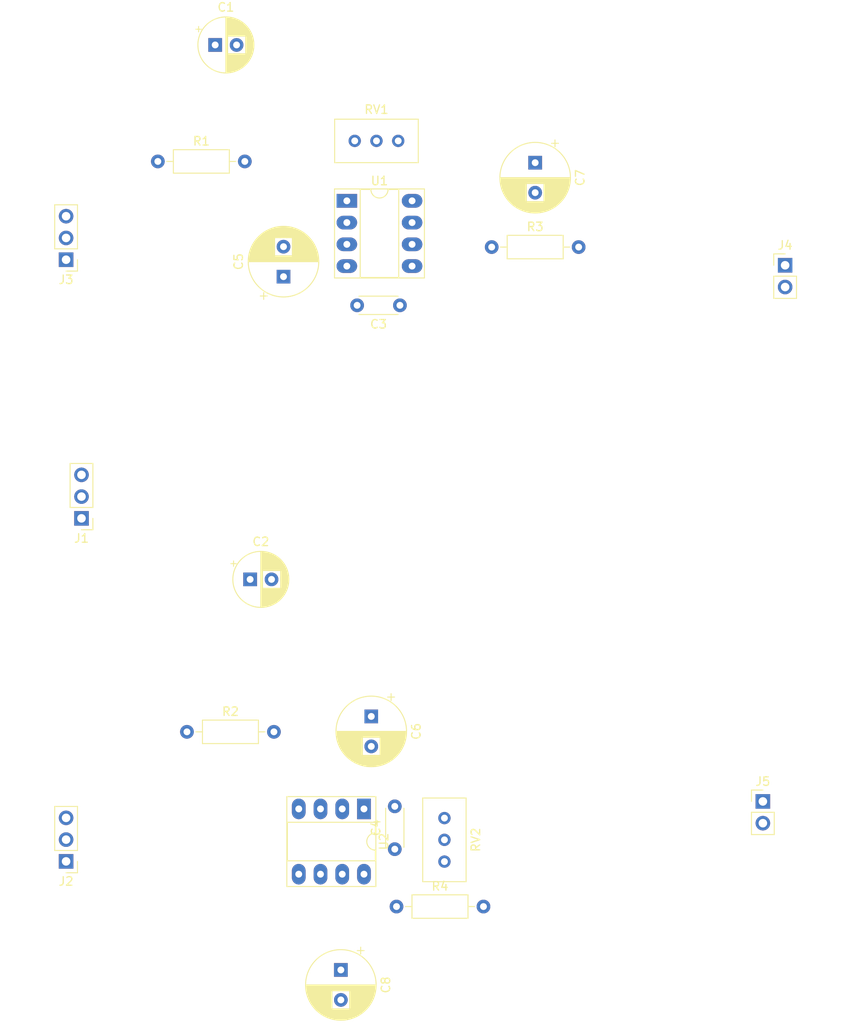
<source format=kicad_pcb>
(kicad_pcb (version 20211014) (generator pcbnew)
  (layers (0 "F.Cu" signal) (31 "B.Cu" signal) (34 "B.Paste" user) (35 "F.Paste" user) (36 "B.SilkS" user "B.Silkscreen") (37 "F.SilkS" user "F.Silkscreen") (38 "B.Mask" user) (39 "F.Mask" user) (44 "Edge.Cuts" user))
  (net 0 "")
  (net 1 "GND")
  (net 2 "Net-(C1-Pad2)")
  (net 3 "Net-(C2-Pad2)")
  (net 4 "OUTR")
  (net 5 "Net-(J4-Pad1)")
  (net 6 "OUTL")
  (net 7 "Net-(J5-Pad1)")
  (net 8 "Net-(RV1-Pad1)")
  (net 9 "+15V")
  (net 10 "Net-(RV1-Pad3)")
  (net 11 "Net-(RV2-Pad1)")
  (net 12 "Net-(RV2-Pad3)")
  (net 13 "R-")
  (net 14 "-15V")
  (net 16 "L-")
  (net 18 "L+")
  (net 19 "R+")
  (footprint "Potentiometer_THT:Potentiometer_Bourns_3296W_Vertical" (layer "F.Cu") (at 108 40)
    (fp_text reference "RV1" (at -2.54 -3.66) (layer "F.SilkS"))
    (fp_text value "100k")
    (pad "1" thru_hole circle (at 0 0) (size 1.44 1.44) (drill 0.8) (layers *.Cu *.Mask) (net 8 "Net-(RV1-Pad1)"))
    (pad "2" thru_hole circle (at -2.54 0) (size 1.44 1.44) (drill 0.8) (layers *.Cu *.Mask) (net 9 "+15V"))
    (pad "3" thru_hole circle (at -5.08 0) (size 1.44 1.44) (drill 0.8) (layers *.Cu *.Mask) (net 10 "Net-(RV1-Pad3)"))
  )
  (footprint "Capacitor_THT:CP_Radial_D8.0mm_P3.50mm" (layer "F.Cu") (at 94.6 55.852651 90)
    (fp_text reference "C5" (at 1.75 -5.25 90) (layer "F.SilkS"))
    (fp_text value "100 uf/25V")
    (pad "1" thru_hole rect (at 0 0 90) (size 1.6 1.6) (drill 0.8) (layers *.Cu *.Mask) (net 1 "GND"))
    (pad "2" thru_hole circle (at 3.5 0 90) (size 1.6 1.6) (drill 0.8) (layers *.Cu *.Mask) (net 14 "-15V"))
  )
  (footprint "Capacitor_THT:CP_Radial_D6.3mm_P2.50mm" (layer "F.Cu") (at 86.617621 28.8)
    (fp_text reference "C1" (at 1.25 -4.4) (layer "F.SilkS"))
    (fp_text value "10 uF")
    (pad "1" thru_hole rect (at 0 0) (size 1.6 1.6) (drill 0.8) (layers *.Cu *.Mask) (net 19 "R+"))
    (pad "2" thru_hole circle (at 2.5 0) (size 1.6 1.6) (drill 0.8) (layers *.Cu *.Mask) (net 2 "Net-(C1-Pad2)"))
  )
  (footprint "Capacitor_THT:C_Disc_D4.3mm_W1.9mm_P5.00mm" (layer "F.Cu") (at 107.6 122.7 90)
    (fp_text reference "C4" (at 2.5 -2.2 90) (layer "F.SilkS"))
    (fp_text value "10 pF")
    (pad "1" thru_hole circle (at 0 0 90) (size 1.6 1.6) (drill 0.8) (layers *.Cu *.Mask) (net 6 "OUTL"))
    (pad "2" thru_hole circle (at 5 0 90) (size 1.6 1.6) (drill 0.8) (layers *.Cu *.Mask) (net 16 "L-"))
  )
  (footprint "Capacitor_THT:C_Disc_D4.3mm_W1.9mm_P5.00mm" (layer "F.Cu") (at 108.2 59.2 180)
    (fp_text reference "C3" (at 2.5 -2.2) (layer "F.SilkS"))
    (fp_text value "10 pF")
    (pad "1" thru_hole circle (at 0 0 180) (size 1.6 1.6) (drill 0.8) (layers *.Cu *.Mask) (net 4 "OUTR"))
    (pad "2" thru_hole circle (at 5 0 180) (size 1.6 1.6) (drill 0.8) (layers *.Cu *.Mask) (net 13 "R-"))
  )
  (footprint "Capacitor_THT:CP_Radial_D8.0mm_P3.50mm" (layer "F.Cu") (at 124 42.547349 -90)
    (fp_text reference "C7" (at 1.75 -5.25 90) (layer "F.SilkS"))
    (fp_text value "100 uf/25V")
    (pad "1" thru_hole rect (at 0 0 270) (size 1.6 1.6) (drill 0.8) (layers *.Cu *.Mask) (net 9 "+15V"))
    (pad "2" thru_hole circle (at 3.5 0 270) (size 1.6 1.6) (drill 0.8) (layers *.Cu *.Mask) (net 1 "GND"))
  )
  (footprint "Resistor_THT:R_Axial_DIN0207_L6.3mm_D2.5mm_P10.16mm_Horizontal" (layer "F.Cu") (at 79.92 42.4)
    (fp_text reference "R1" (at 5.08 -2.37) (layer "F.SilkS"))
    (fp_text value "100K")
    (pad "1" thru_hole circle (at 0 0) (size 1.6 1.6) (drill 0.8) (layers *.Cu *.Mask) (net 1 "GND"))
    (pad "2" thru_hole oval (at 10.16 0) (size 1.6 1.6) (drill 0.8) (layers *.Cu *.Mask) (net 2 "Net-(C1-Pad2)"))
  )
  (footprint "Connector_PinHeader_2.54mm:PinHeader_1x02_P2.54mm_Vertical" (layer "F.Cu") (at 150.6 117.125)
    (fp_text reference "J5" (at 0 -2.33) (layer "F.SilkS"))
    (fp_text value "Conn_01x02_Female")
    (pad "1" thru_hole rect (at 0 0) (size 1.7 1.7) (drill 1) (layers *.Cu *.Mask) (net 7 "Net-(J5-Pad1)"))
    (pad "2" thru_hole oval (at 0 2.54) (size 1.7 1.7) (drill 1) (layers *.Cu *.Mask) (net 1 "GND"))
  )
  (footprint "Connector_PinHeader_2.54mm:PinHeader_1x03_P2.54mm_Vertical" (layer "F.Cu") (at 69.2 53.875 180)
    (fp_text reference "J3" (at 0 -2.33) (layer "F.SilkS"))
    (fp_text value "Conn_01x03_Female")
    (pad "1" thru_hole rect (at 0 0 180) (size 1.7 1.7) (drill 1) (layers *.Cu *.Mask) (net 4 "OUTR"))
    (pad "2" thru_hole oval (at 0 2.54 180) (size 1.7 1.7) (drill 1) (layers *.Cu *.Mask) (net 13 "R-"))
    (pad "3" thru_hole oval (at 0 5.08 180) (size 1.7 1.7) (drill 1) (layers *.Cu *.Mask) (net 19 "R+"))
  )
  (footprint "Package_DIP:DIP-8_W7.62mm_Socket_LongPads" (layer "F.Cu") (at 104 118 -90)
    (fp_text reference "U2" (at 3.81 -2.33 90) (layer "F.SilkS"))
    (fp_text value "NE5534")
    (pad "1" thru_hole rect (at 0 0 270) (size 2.4 1.6) (drill 0.8) (layers *.Cu *.Mask) (net 12 "Net-(RV2-Pad3)"))
    (pad "2" thru_hole oval (at 0 2.54 270) (size 2.4 1.6) (drill 0.8) (layers *.Cu *.Mask) (net 16 "L-"))
    (pad "3" thru_hole oval (at 0 5.08 270) (size 2.4 1.6) (drill 0.8) (layers *.Cu *.Mask) (net 3 "Net-(C2-Pad2)"))
    (pad "4" thru_hole oval (at 0 7.62 270) (size 2.4 1.6) (drill 0.8) (layers *.Cu *.Mask) (net 14 "-15V"))
    (pad "5" thru_hole oval (at 7.62 7.62 270) (size 2.4 1.6) (drill 0.8) (layers *.Cu *.Mask))
    (pad "6" thru_hole oval (at 7.62 5.08 270) (size 2.4 1.6) (drill 0.8) (layers *.Cu *.Mask) (net 6 "OUTL"))
    (pad "7" thru_hole oval (at 7.62 2.54 270) (size 2.4 1.6) (drill 0.8) (layers *.Cu *.Mask) (net 9 "+15V"))
    (pad "8" thru_hole oval (at 7.62 0 270) (size 2.4 1.6) (drill 0.8) (layers *.Cu *.Mask) (net 11 "Net-(RV2-Pad1)"))
  )
  (footprint "Capacitor_THT:CP_Radial_D8.0mm_P3.50mm" (layer "F.Cu") (at 101.3 136.8 -90)
    (fp_text reference "C8" (at 1.75 -5.25 90) (layer "F.SilkS"))
    (fp_text value "100 uf/25V")
    (pad "1" thru_hole rect (at 0 0 270) (size 1.6 1.6) (drill 0.8) (layers *.Cu *.Mask) (net 9 "+15V"))
    (pad "2" thru_hole circle (at 3.5 0 270) (size 1.6 1.6) (drill 0.8) (layers *.Cu *.Mask) (net 1 "GND"))
  )
  (footprint "Capacitor_THT:CP_Radial_D6.3mm_P2.50mm" (layer "F.Cu") (at 90.7 91.2)
    (fp_text reference "C2" (at 1.25 -4.4) (layer "F.SilkS"))
    (fp_text value "10 uF")
    (pad "1" thru_hole rect (at 0 0) (size 1.6 1.6) (drill 0.8) (layers *.Cu *.Mask) (net 18 "L+"))
    (pad "2" thru_hole circle (at 2.5 0) (size 1.6 1.6) (drill 0.8) (layers *.Cu *.Mask) (net 3 "Net-(C2-Pad2)"))
  )
  (footprint "Resistor_THT:R_Axial_DIN0207_L6.3mm_D2.5mm_P10.16mm_Horizontal" (layer "F.Cu") (at 118.92 52.4)
    (fp_text reference "R3" (at 5.08 -2.37) (layer "F.SilkS"))
    (fp_text value "47")
    (pad "1" thru_hole circle (at 0 0) (size 1.6 1.6) (drill 0.8) (layers *.Cu *.Mask) (net 4 "OUTR"))
    (pad "2" thru_hole oval (at 10.16 0) (size 1.6 1.6) (drill 0.8) (layers *.Cu *.Mask) (net 5 "Net-(J4-Pad1)"))
  )
  (footprint "Connector_PinHeader_2.54mm:PinHeader_1x02_P2.54mm_Vertical" (layer "F.Cu") (at 153.2 54.525)
    (fp_text reference "J4" (at 0 -2.33) (layer "F.SilkS"))
    (fp_text value "Conn_01x02_Female")
    (pad "1" thru_hole rect (at 0 0) (size 1.7 1.7) (drill 1) (layers *.Cu *.Mask) (net 5 "Net-(J4-Pad1)"))
    (pad "2" thru_hole oval (at 0 2.54) (size 1.7 1.7) (drill 1) (layers *.Cu *.Mask) (net 1 "GND"))
  )
  (footprint "Resistor_THT:R_Axial_DIN0207_L6.3mm_D2.5mm_P10.16mm_Horizontal" (layer "F.Cu") (at 83.32 109)
    (fp_text reference "R2" (at 5.08 -2.37) (layer "F.SilkS"))
    (fp_text value "100K")
    (pad "1" thru_hole circle (at 0 0) (size 1.6 1.6) (drill 0.8) (layers *.Cu *.Mask) (net 1 "GND"))
    (pad "2" thru_hole oval (at 10.16 0) (size 1.6 1.6) (drill 0.8) (layers *.Cu *.Mask) (net 3 "Net-(C2-Pad2)"))
  )
  (footprint "Connector_PinHeader_2.54mm:PinHeader_1x03_P2.54mm_Vertical" (layer "F.Cu") (at 69.2 124.125 180)
    (fp_text reference "J2" (at 0 -2.33) (layer "F.SilkS"))
    (fp_text value "Conn_01x03_Female")
    (pad "1" thru_hole rect (at 0 0 180) (size 1.7 1.7) (drill 1) (layers *.Cu *.Mask) (net 6 "OUTL"))
    (pad "2" thru_hole oval (at 0 2.54 180) (size 1.7 1.7) (drill 1) (layers *.Cu *.Mask) (net 16 "L-"))
    (pad "3" thru_hole oval (at 0 5.08 180) (size 1.7 1.7) (drill 1) (layers *.Cu *.Mask) (net 18 "L+"))
  )
  (footprint "Resistor_THT:R_Axial_DIN0207_L6.3mm_D2.5mm_P10.16mm_Horizontal" (layer "F.Cu") (at 107.8 129.4)
    (fp_text reference "R4" (at 5.08 -2.37) (layer "F.SilkS"))
    (fp_text value "47")
    (pad "1" thru_hole circle (at 0 0) (size 1.6 1.6) (drill 0.8) (layers *.Cu *.Mask) (net 6 "OUTL"))
    (pad "2" thru_hole oval (at 10.16 0) (size 1.6 1.6) (drill 0.8) (layers *.Cu *.Mask) (net 7 "Net-(J5-Pad1)"))
  )
  (footprint "Capacitor_THT:CP_Radial_D8.0mm_P3.50mm" (layer "F.Cu") (at 104.852651 107.2 -90)
    (fp_text reference "C6" (at 1.75 -5.25 90) (layer "F.SilkS"))
    (fp_text value "100 uf/25V")
    (pad "1" thru_hole rect (at 0 0 270) (size 1.6 1.6) (drill 0.8) (layers *.Cu *.Mask) (net 1 "GND"))
    (pad "2" thru_hole circle (at 3.5 0 270) (size 1.6 1.6) (drill 0.8) (layers *.Cu *.Mask) (net 14 "-15V"))
  )
  (footprint "Package_DIP:DIP-8_W7.62mm_Socket_LongPads" (layer "F.Cu") (at 102 47)
    (fp_text reference "U1" (at 3.81 -2.33) (layer "F.SilkS"))
    (fp_text value "NE5534")
    (pad "1" thru_hole rect (at 0 0) (size 2.4 1.6) (drill 0.8) (layers *.Cu *.Mask) (net 10 "Net-(RV1-Pad3)"))
    (pad "2" thru_hole oval (at 0 2.54) (size 2.4 1.6) (drill 0.8) (layers *.Cu *.Mask) (net 13 "R-"))
    (pad "3" thru_hole oval (at 0 5.08) (size 2.4 1.6) (drill 0.8) (layers *.Cu *.Mask) (net 2 "Net-(C1-Pad2)"))
    (pad "4" thru_hole oval (at 0 7.62) (size 2.4 1.6) (drill 0.8) (layers *.Cu *.Mask) (net 14 "-15V"))
    (pad "5" thru_hole oval (at 7.62 7.62) (size 2.4 1.6) (drill 0.8) (layers *.Cu *.Mask))
    (pad "6" thru_hole oval (at 7.62 5.08) (size 2.4 1.6) (drill 0.8) (layers *.Cu *.Mask) (net 4 "OUTR"))
    (pad "7" thru_hole oval (at 7.62 2.54) (size 2.4 1.6) (drill 0.8) (layers *.Cu *.Mask) (net 9 "+15V"))
    (pad "8" thru_hole oval (at 7.62 0) (size 2.4 1.6) (drill 0.8) (layers *.Cu *.Mask) (net 8 "Net-(RV1-Pad1)"))
  )
  (footprint "Potentiometer_THT:Potentiometer_Bourns_3296W_Vertical" (layer "F.Cu") (at 113.4 124.15 -90)
    (fp_text reference "RV2" (at -2.54 -3.66 90) (layer "F.SilkS"))
    (fp_text value "100k")
    (pad "1" thru_hole circle (at 0 0 270) (size 1.44 1.44) (drill 0.8) (layers *.Cu *.Mask) (net 11 "Net-(RV2-Pad1)"))
    (pad "2" thru_hole circle (at -2.54 0 270) (size 1.44 1.44) (drill 0.8) (layers *.Cu *.Mask) (net 9 "+15V"))
    (pad "3" thru_hole circle (at -5.08 0 270) (size 1.44 1.44) (drill 0.8) (layers *.Cu *.Mask) (net 12 "Net-(RV2-Pad3)"))
  )
  (footprint "Connector_PinHeader_2.54mm:PinHeader_1x03_P2.54mm_Vertical" (layer "F.Cu") (at 71 84.075 180)
    (fp_text reference "J1" (at 0 -2.33) (layer "F.SilkS"))
    (fp_text value "Conn_01x03_Female")
    (pad "1" thru_hole rect (at 0 0 180) (size 1.7 1.7) (drill 1) (layers *.Cu *.Mask) (net 9 "+15V"))
    (pad "2" thru_hole oval (at 0 2.54 180) (size 1.7 1.7) (drill 1) (layers *.Cu *.Mask) (net 1 "GND"))
    (pad "3" thru_hole oval (at 0 5.08 180) (size 1.7 1.7) (drill 1) (layers *.Cu *.Mask) (net 14 "-15V"))
  )
)
</source>
